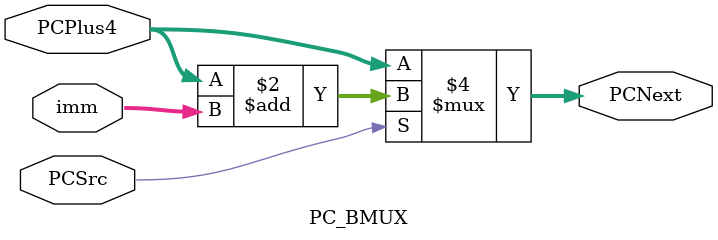
<source format=v>
`timescale 1ns / 1ps

module PC_BMUX(
    input PCSrc,
    input [31:0] PCPlus4,
    input [31:0] imm,
    output reg [31:0] PCNext
);

always@(*) begin
    if (PCSrc)
        PCNext = PCPlus4 + imm;
    else
        PCNext = PCPlus4;
end

endmodule
</source>
